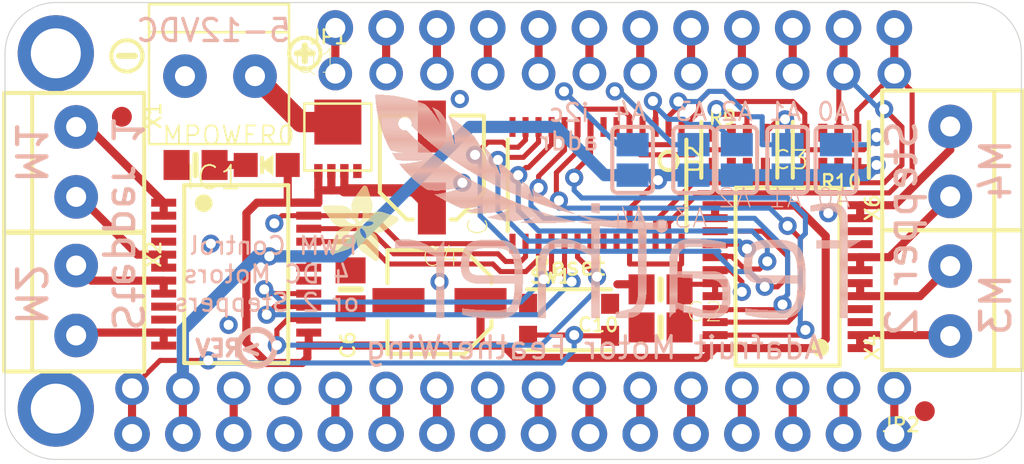
<source format=kicad_pcb>
(kicad_pcb (version 20211014) (generator pcbnew)
  (layers (0 "F.Cu" signal) (1 "In1.Cu" signal) (2 "In2.Cu" signal) (3 "In3.Cu" signal) (4 "In4.Cu" signal) (5 "In5.Cu" signal) (6 "In6.Cu" signal) (7 "In7.Cu" signal) (8 "In8.Cu" signal) (9 "In9.Cu" signal) (10 "In10.Cu" signal) (11 "In11.Cu" signal) (12 "In12.Cu" signal) (13 "In13.Cu" signal) (14 "In14.Cu" signal) (31 "B.Cu" signal) (34 "B.Paste" user) (35 "F.Paste" user) (36 "B.SilkS" user "B.Silkscreen") (37 "F.SilkS" user "F.Silkscreen") (38 "B.Mask" user) (39 "F.Mask" user) (44 "Edge.Cuts" user))
  (net 0 "")
  (net 1 "GND")
  (net 2 "VCC")
  (net 3 "+12V")
  (net 4 "N$4")
  (net 5 "N$6")
  (net 6 "N$7")
  (net 7 "N$9")
  (net 8 "N$12")
  (net 9 "N$14")
  (net 10 "N$15")
  (net 11 "N$17")
  (net 12 "SCL")
  (net 13 "SDA")
  (net 14 "N$133")
  (net 15 "PWM2")
  (net 16 "PWM3")
  (net 17 "PWM4")
  (net 18 "PWM5")
  (net 19 "PWM6")
  (net 20 "PWM7")
  (net 21 "PWM8")
  (net 22 "PWM9")
  (net 23 "PWM10")
  (net 24 "PWM11")
  (net 25 "PWM12")
  (net 26 "PWM13")
  (net 27 "A0")
  (net 28 "A1")
  (net 29 "A2")
  (net 30 "A3")
  (net 31 "A4")
  (net 32 "N$3")
  (net 33 "VBAT")
  (net 34 "N$1")
  (net 35 "USB")
  (net 36 "N$2")
  (net 37 "N$5")
  (net 38 "N$8")
  (net 39 "N$10")
  (net 40 "N$11")
  (net 41 "N$13")
  (net 42 "N$16")
  (net 43 "N$18")
  (net 44 "N$19")
  (net 45 "N$20")
  (net 46 "N$21")
  (net 47 "N$22")
  (net 48 "N$23")
  (net 49 "N$24")
  (net 50 "N$25")
  (net 51 "N$26")
  (net 52 "N$27")
  (net 53 "N$28")
  (net 54 "N$29")
  (net 55 "N$30")
  (net 56 "N$32")
  (footprint "boardEagle:FIDUCIAL_1MM" (layer "F.Cu") (at 128.9431 99.2886)
    (fp_text reference "U$3" hide)
    (fp_text value "FIDUCIAL\"\"" hide)
  )
  (footprint "boardEagle:RESPACK_4X0603" (layer "F.Cu") (at 159.8041 100.9396)
    (fp_text reference "R9")
    (fp_text value "10K")
  )
  (footprint "boardEagle:1X16_ROUND" (layer "F.Cu") (at 148.5011 112.8776 180)
    (fp_text reference "JP2")
    (fp_text value "")
  )
  (footprint "boardEagle:RESPACK_4X0603" (layer "F.Cu") (at 164.3761 100.9396 180)
    (fp_text reference "R10")
    (fp_text value "10K")
  )
  (footprint "boardEagle:FIDUCIAL_1MM" (layer "F.Cu") (at 169.0751 114.0206)
    (fp_text reference "U$4" hide)
    (fp_text value "FIDUCIAL\"\"" hide)
  )
  (footprint "boardEagle:SYMBOL_MINUS" (layer "F.Cu") (at 129.1971 96.2406)
    (fp_text reference "U$2" hide)
    (fp_text value "" hide)
  )
  (footprint "boardEagle:ADAFRUIT_3.5MM" (layer "F.Cu") (at 138.9761 106.5276)
    (fp_text reference "U$5" hide)
    (fp_text value "" hide)
  )
  (footprint "boardEagle:0805-NO" (layer "F.Cu") (at 132.6261 101.7016)
    (fp_text reference "R4" hide)
    (fp_text value "1K")
  )
  (footprint "boardEagle:TERMBLOCK_1X2-3.5MM" (layer "F.Cu") (at 126.6571 101.4984 -90)
    (fp_text reference "X1")
    (fp_text value "")
  )
  (footprint "boardEagle:CHIPLED_0805_NOOUTLINE" (layer "F.Cu") (at 136.1821 101.7016 90)
    (fp_text reference "LED1" hide)
    (fp_text value "Green")
  )
  (footprint "boardEagle:POWERDI3333" (layer "F.Cu") (at 139.7381 100.3046 90)
    (fp_text reference "Q1")
    (fp_text value "AON7401")
  )
  (footprint "boardEagle:TERMBLOCK_1X2-3.5MM" (layer "F.Cu") (at 170.3451 108.5596 90)
    (fp_text reference "X4")
    (fp_text value "")
  )
  (footprint "boardEagle:TERMBLOCK_1X2-3.5MM" (layer "F.Cu") (at 170.3451 101.5746 90)
    (fp_text reference "X6")
    (fp_text value "")
  )
  (footprint "boardEagle:TERMBLOCK_1X2-3.5MM" (layer "F.Cu") (at 126.6571 108.4326 -90)
    (fp_text reference "X2")
    (fp_text value "")
  )
  (footprint "boardEagle:PANASONIC_C" (layer "F.Cu") (at 144.4371 101.8286 -90)
    (fp_text reference "C5")
    (fp_text value "47uF+/16v")
  )
  (footprint "boardEagle:0805-NO" (layer "F.Cu") (at 155.8671 107.9246 180)
    (fp_text reference "C2")
    (fp_text value "0.1uF")
  )
  (footprint "boardEagle:SSOP24" (layer "F.Cu") (at 162.2171 107.2896 90)
    (fp_text reference "IC3")
    (fp_text value "TB6612FNG")
  )
  (footprint "boardEagle:SSOP24" (layer "F.Cu") (at 134.6581 107.1626 -90)
    (fp_text reference "IC1")
    (fp_text value "TB6612FNG")
  )
  (footprint "boardEagle:FEATHERWING" (layer "F.Cu") (at 123.1011 116.4336)
    (fp_text reference "MS1" hide)
    (fp_text value "FEATHERWING" hide)
    (fp_line (start 0 -20.32) (end 0 -2.54) (layer "Edge.Cuts") (width 0.05))
    (fp_line (start 48.26 -22.86) (end 2.54 -22.86) (layer "Edge.Cuts") (width 0.05))
    (fp_line (start 2.54 0) (end 48.26 0) (layer "Edge.Cuts") (width 0.05))
    (fp_line (start 50.8 -2.54) (end 50.8 -20.32) (layer "Edge.Cuts") (width 0.05))
    (fp_arc (start 48.26 -22.86) (mid 50.056051 -22.116051) (end 50.8 -20.32) (layer "Edge.Cuts") (width 0.05))
    (fp_arc (start 0 -20.32) (mid 0.743949 -22.116051) (end 2.54 -22.86) (layer "Edge.Cuts") (width 0.05))
    (fp_arc (start 2.54 0) (mid 0.743949 -0.743949) (end 0 -2.54) (layer "Edge.Cuts") (width 0.05))
    (fp_arc (start 50.8 -2.54) (mid 50.056051 -0.743949) (end 48.26 0) (layer "Edge.Cuts") (width 0.05))
  )
  (footprint "boardEagle:PANASONIC_C" (layer "F.Cu") (at 144.8181 108.5596)
    (fp_text reference "C4")
    (fp_text value "47uF/16v")
  )
  (footprint "boardEagle:TSSOP28" (layer "F.Cu") (at 152.6921 102.7176 180)
    (fp_text reference "U2")
    (fp_text value "PCA9685")
  )
  (footprint "boardEagle:0805-NO" (layer "F.Cu") (at 155.8671 109.8296 180)
    (fp_text reference "C10")
    (fp_text value "10uF")
  )
  (footprint "boardEagle:SYMBOL_PLUS" (layer "F.Cu") (at 138.0871 96.1136)
    (fp_text reference "U$1" hide)
    (fp_text value "" hide)
  )
  (footprint "boardEagle:1X12_ROUND" (layer "F.Cu") (at 153.5811 97.1296)
    (fp_text reference "JP1")
    (fp_text value "")
  )
  (footprint "boardEagle:1X2-3.5MM" (layer "F.Cu") (at 133.8961 97.2566 180)
    (fp_text reference "MPOWER0")
    (fp_text value "1X2-3.5MM" hide)
  )
  (footprint "boardEagle:0805-NO" (layer "F.Cu") (at 140.3731 107.9246 -90)
    (fp_text reference "C6")
    (fp_text value "10uF")
  )
  (footprint "boardEagle:BTN_KMR2_4.6X2.8" (layer "F.Cu") (at 151.2951 109.4486)
    (fp_text reference "SW1")
    (fp_text value "")
  )
  (footprint "boardEagle:SOLDERJUMPER_REFLOW_NOPASTE" (layer "B.Cu") (at 162.2171 101.4476 90)
    (fp_text reference "A1")
    (fp_text value "")
  )
  (footprint "boardEagle:SOLDERJUMPER_REFLOW_NOPASTE" (layer "B.Cu") (at 164.6301 101.4476 90)
    (fp_text reference "A0")
    (fp_text value "")
  )
  (footprint "boardEagle:PCBFEAT-REV-040" (layer "B.Cu") (at 135.6741 110.8456 180)
    (fp_text reference "U$8" hide)
    (fp_text value "" hide)
  )
  (footprint "boardEagle:SOLDERJUMPER_REFLOW_NOPASTE" (layer "B.Cu") (at 159.6771 101.4476 90)
    (fp_text reference "A2")
    (fp_text value "")
  )
  (footprint "boardEagle:FEATHERLOGO" (layer "B.Cu") (at 165.9001 109.4486 180)
    (fp_text reference "U$6" hide)
    (fp_text value "" hide)
  )
  (footprint "boardEagle:SOLDERJUMPER_REFLOW_NOPASTE" (layer "B.Cu") (at 157.5181 101.4476 -90)
    (fp_text reference "A3")
    (fp_text value "")
  )
  (footprint "boardEagle:SOLDERJUMPER_REFLOW_NOPASTE" (layer "B.Cu") (at 154.4701 101.4476 -90)
    (fp_text reference "A4")
    (fp_text value "")
  )
  (gr_text "M4" (at 172.6311 101.9556 -270) (layer "B.SilkS") (effects (font (size 1.458468 1.458468) (thickness 0.217932)) (justify mirror)))
  (gr_text "Adafruit Motor FeatherWing" (at 152.5651 110.8456) (layer "B.SilkS") (effects (font (size 1.1176 1.1176) (thickness 0.1524)) (justify mirror)))
  (gr_text "A2" (at 159.6771 99.0346) (layer "B.SilkS") (effects (font (size 0.89408 0.89408) (thickness 0.12192)) (justify mirror)))
  (gr_text "M3" (at 172.6311 108.6866 -270) (layer "B.SilkS") (effects (font (size 1.458468 1.458468) (thickness 0.217932)) (justify mirror)))
  (gr_text "A1" (at 162.0901 99.0346) (layer "B.SilkS") (effects (font (size 0.89408 0.89408) (thickness 0.12192)) (justify mirror)))
  (gr_text "M2" (at 124.3711 108.1786 -90) (layer "B.SilkS") (effects (font (size 1.458468 1.458468) (thickness 0.217932)) (justify mirror)))
  (gr_text "Stepper 1" (at 129.1971 104.6226 -90) (layer "B.SilkS") (effects (font (size 1.458468 1.458468) (thickness 0.217932)) (justify mirror)))
  (gr_text "i2c\naddr" (at 151.2951 99.7966) (layer "B.SilkS") (effects (font (size 0.88392 0.88392) (thickness 0.13208)) (justify mirror)))
  (gr_text "Stepper 2" (at 167.9321 104.8766 -270) (layer "B.SilkS") (effects (font (size 1.458468 1.458468) (thickness 0.217932)) (justify mirror)))
  (gr_text "M1" (at 124.3711 101.0666 -90) (layer "B.SilkS") (effects (font (size 1.458468 1.458468) (thickness 0.217932)) (justify mirror)))
  (gr_text "PWM Control \n4 DC Motors\nor 2 Steppers" (at 136.1821 107.1626) (layer "B.SilkS") (effects (font (size 0.88392 0.88392) (thickness 0.13208)) (justify mirror)))
  (gr_text "A4" (at 154.3431 99.0346) (layer "B.SilkS") (effects (font (size 0.89408 0.89408) (thickness 0.12192)) (justify mirror)))
  (gr_text "5-12VDC" (at 133.5151 94.9706) (layer "B.SilkS") (effects (font (size 1.1049 1.1049) (thickness 0.1651)) (justify mirror)))
  (gr_text "A0" (at 164.5031 99.0346) (layer "B.SilkS") (effects (font (size 0.89408 0.89408) (thickness 0.12192)) (justify mirror)))
  (gr_text "A3" (at 157.3911 99.0346) (layer "B.SilkS") (effects (font (size 0.89408 0.89408) (thickness 0.12192)) (justify mirror)))
  (gr_text "Reset" (at 151.2951 106.7816) (layer "F.SilkS") (effects (font (size 0.88392 0.88392) (thickness 0.13208))))
  (segment (start 154.9171 107.9246) (end 154.6631 107.6706) (width 0.4064) (layer "F.Cu") (net 1))
  (segment (start 154.6631 107.6706) (end 153.7081 107.6706) (width 0.4064) (layer "F.Cu") (net 1))
  (segment (start 159.9311 107.5436) (end 159.9311 108.0516) (width 0.254) (layer "F.Cu") (net 1))
  (segment (start 159.3521 106.9646) (end 159.9311 107.5436) (width 0.254) (layer "F.Cu") (net 1))
  (segment (start 158.5921 106.9646) (end 159.3521 106.9646) (width 0.254) (layer "F.Cu") (net 1))
  (via (at 145.8341 98.3996) (size 0.9064) (drill 0.5) (layers "F.Cu" "B.Cu") (net 1))
  (via (at 134.2771 109.7026) (size 0.9064) (drill 0.5) (layers "F.Cu" "B.Cu") (net 1))
  (via (at 144.8181 107.5436) (size 0.9064) (drill 0.5) (layers "F.Cu" "B.Cu") (net 1))
  (via (at 159.9311 108.0516) (size 0.9064) (drill 0.5) (layers "F.Cu" "B.Cu") (net 1))
  (via (at 133.3881 105.6386) (size 0.9064) (drill 0.5) (layers "F.Cu" "B.Cu") (net 1))
  (via (at 145.9611 102.5906) (size 0.9064) (drill 0.5) (layers "F.Cu" "B.Cu") (net 1))
  (via (at 164.2491 104.1146) (size 0.9064) (drill 0.5) (layers "F.Cu" "B.Cu") (net 1))
  (segment (start 156.8171 106.6546) (end 156.9171 106.6546) (width 0.254) (layer "F.Cu") (net 2))
  (segment (start 157.0711 107.6706) (end 156.8171 107.9246) (width 0.254) (layer "F.Cu") (net 2))
  (segment (start 165.6761 101.7896) (end 164.7761 101.7896) (width 0.254) (layer "F.Cu") (net 2))
  (segment (start 154.3171 106.6546) (end 156.8171 106.6546) (width 0.254) (layer "F.Cu") (net 2))
  (segment (start 158.5361 107.6706) (end 157.0711 107.6706) (width 0.254) (layer "F.Cu") (net 2))
  (segment (start 131.9911 115.1636) (end 131.9911 112.8776) (width 0.4064) (layer "F.Cu") (net 2))
  (segment (start 154.3171 105.6354) (end 154.3171 106.6546) (width 0.254) (layer "F.Cu") (net 2))
  (segment (start 139.5861 106.1876) (end 138.2831 106.1876) (width 0.254) (layer "F.Cu") (net 2))
  (segment (start 138.2831 106.1876) (end 138.2831 106.8376) (width 0.254) (layer "F.Cu") (net 2))
  (segment (start 138.2831 106.1876) (end 136.3951 106.1876) (width 0.4064) (layer "F.Cu") (net 2))
  (segment (start 165.6761 101.7896) (end 166.5741 101.7896) (width 0.254) (layer "F.Cu") (net 2))
  (segment (start 158.5361 107.6706) (end 158.5921 107.6146) (width 0.3048) (layer "F.Cu") (net 2))
  (segment (start 136.3951 106.1876) (end 136.3091 106.2736) (width 0.4064) (layer "F.Cu") (net 2))
  (segment (start 140.3731 106.9746) (end 139.5861 106.1876) (width 0.254) (layer "F.Cu") (net 2))
  (segment (start 154.3171 105.6354) (end 154.3171 103.8866) (width 0.3048) (layer "F.Cu") (net 2))
  (segment (start 156.8171 109.8296) (end 156.8171 107.9246) (width 0.4064) (layer "F.Cu") (net 2))
  (segment (start 158.5921 108.2646) (end 158.5921 107.6146) (width 0.3048) (layer "F.Cu") (net 2))
  (segment (start 154.3171 103.8866) (end 155.7401 102.4636) (width 0.254) (layer "F.Cu") (net 2))
  (segment (start 156.8171 107.9246) (end 156.8171 106.6546) (width 0.254) (layer "F.Cu") (net 2))
  (segment (start 156.9171 105.6354) (end 156.9171 106.6546) (width 0.254) (layer "F.Cu") (net 2))
  (segment (start 166.5741 101.7896) (end 166.6621 101.7016) (width 0.254) (layer "F.Cu") (net 2))
  (via (at 136.3091 106.2736) (size 0.9064) (drill 0.5) (layers "F.Cu" "B.Cu") (net 2))
  (via (at 166.6621 101.7016) (size 0.9064) (drill 0.5) (layers "F.Cu" "B.Cu") (net 2))
  (via (at 155.7401 102.4636) (size 0.9064) (drill 0.5) (layers "F.Cu" "B.Cu") (net 2))
  (segment (start 162.2171 102.2096) (end 164.6301 102.2096) (width 0.6096) (layer "B.Cu") (net 2))
  (segment (start 150.6601 99.7966) (end 146.3421 99.7966) (width 0.6096) (layer "B.Cu") (net 2))
  (segment (start 154.4701 102.2096) (end 155.4861 102.2096) (width 0.6096) (layer "B.Cu") (net 2))
  (segment (start 153.0731 102.2096) (end 154.4701 102.2096) (width 0.6096) (layer "B.Cu") (net 2))
  (segment (start 135.6741 106.2736) (end 131.9911 109.9566) (width 0.6096) (layer "B.Cu") (net 2))
  (segment (start 139.8651 106.2736) (end 136.3091 106.2736) (width 0.6096) (layer "B.Cu") (net 2))
  (segment (start 136.3091 106.2736) (end 135.6741 106.2736) (width 0.6096) (layer "B.Cu") (net 2))
  (segment (start 146.3421 99.7966) (end 139.8651 106.2736) (width 0.6096) (layer "B.Cu") (net 2))
  (segment (start 155.4861 102.2096) (end 155.7401 102.4636) (width 0.6096) (layer "B.Cu") (net 2))
  (segment (start 166.1541 102.2096) (end 166.6621 101.7016) (width 0.6096) (layer "B.Cu") (net 2))
  (segment (start 159.6771 102.2096) (end 162.2171 102.2096) (width 0.6096) (layer "B.Cu") (net 2))
  (segment (start 131.9911 109.9566) (end 131.9911 112.8776) (width 0.6096) (layer "B.Cu") (net 2))
  (segment (start 154.4701 102.2096) (end 154.3431 102.2096) (width 0.6096) (layer "B.Cu") (net 2))
  (segment (start 157.5181 102.2096) (end 154.4701 102.2096) (width 0.6096) (layer "B.Cu") (net 2))
  (segment (start 157.5181 102.2096) (end 159.6771 102.2096) (width 0.6096) (layer "B.Cu") (net 2))
  (segment (start 166.1541 102.2096) (end 164.6301 102.2096) (width 0.6096) (layer "B.Cu") (net 2))
  (segment (start 153.0731 102.2096) (end 150.6601 99.7966) (width 0.6096) (layer "B.Cu") (net 2))
  (segment (start 158.5921 110.8646) (end 163.676403 110.8646) (width 0.4064) (layer "F.Cu") (net 3))
  (segment (start 138.2141 110.8066) (end 138.2831 110.7376) (width 0.4064) (layer "F.Cu") (net 3))
  (segment (start 136.1821 111.6076) (end 137.9601 111.6076) (width 0.4064) (layer "F.Cu") (net 3))
  (segment (start 146.8681 110.7376) (end 148.0121 110.7376) (width 0.4064) (layer "F.Cu") (net 3))
  (segment (start 137.2321 101.7016) (end 137.2321 103.5876) (width 0.4064) (layer "F.Cu") (net 3))
  (segment (start 162.5981 103.7336) (end 164.1221 105.2576) (width 0.4064) (layer "F.Cu") (net 3))
  (segment (start 138.7631 102.0046) (end 138.7631 102.9716) (width 0.4064) (layer "F.Cu") (net 3))
  (segment (start 148.6281 111.3536) (end 158.1031 111.3536) (width 0.4064) (layer "F.Cu") (net 3))
  (segment (start 135.1661 110.5916) (end 136.1821 111.6076) (width 0.4064) (layer "F.Cu") (net 3))
  (segment (start 158.1031 111.3536) (end 158.5921 110.8646) (width 0.4064) (layer "F.Cu") (net 3))
  (segment (start 138.7631 103.5876) (end 138.2831 103.5876) (width 0.4064) (layer "F.Cu") (net 3))
  (segment (start 146.8681 108.5596) (end 146.8681 110.7376) (width 0.4064) (layer "F.Cu") (net 3))
  (segment (start 139.4131 102.0046) (end 139.4131 102.9716) (width 0.4064) (layer "F.Cu") (net 3))
  (segment (start 148.0121 110.7376) (end 148.6281 111.3536) (width 0.4064) (layer "F.Cu") (net 3))
  (segment (start 137.2321 103.5876) (end 138.2831 103.5876) (width 0.4064) (layer "F.Cu") (net 3))
  (segment (start 138.2831 103.5876) (end 135.6931 103.5876) (width 0.4064) (layer "F.Cu") (net 3))
  (segment (start 146.8681 110.7376) (end 146.7231 110.7376) (width 0.4064) (layer "F.Cu") (net 3))
  (segment (start 163.676403 110.8646) (end 164.1221 110.418904) (width 0.4064) (layer "F.Cu") (net 3))
  (segment (start 138.2831 110.0876) (end 138.2831 110.7376) (width 0.4064) (layer "F.Cu") (net 3))
  (segment (start 144.4371 103.8786) (end 143.5301 102.9716) (width 0.6096) (layer "F.Cu") (net 3))
  (segment (start 139.4131 102.9716) (end 138.7631 102.9716) (width 0.4064) (layer "F.Cu") (net 3))
  (segment (start 138.2141 111.3536) (end 138.2141 110.8066) (width 0.4064) (layer "F.Cu") (net 3))
  (segment (start 158.5921 104.3646) (end 158.5921 103.7146) (width 0.4064) (layer "F.Cu") (net 3))
  (segment (start 140.0631 102.9716) (end 139.4131 102.9716) (width 0.4064) (layer "F.Cu") (net 3))
  (segment (start 135.6931 103.5876) (end 135.1661 104.1146) (width 0.4064) (layer "F.Cu") (net 3))
  (segment (start 162.5981 103.7336) (end 158.6111 103.7336) (width 0.4064) (layer "F.Cu") (net 3))
  (segment (start 135.1661 104.1146) (end 135.1661 110.5916) (width 0.4064) (layer "F.Cu") (net 3))
  (segment (start 164.1221 105.2576) (end 164.1221 110.418904) (width 0.4064) (layer "F.Cu") (net 3))
  (segment (start 138.2831 110.7376) (end 146.7231 110.7376) (width 0.4064) (layer "F.Cu") (net 3))
  (segment (start 138.7631 102.9716) (end 138.7631 103.5876) (width 0.4064) (layer "F.Cu") (net 3))
  (segment (start 140.0631 102.0046) (end 140.0631 102.9716) (width 0.4064) (layer "F.Cu") (net 3))
  (segment (start 137.9601 111.6076) (end 138.2141 111.3536) (width 0.4064) (layer "F.Cu") (net 3))
  (segment (start 158.6111 103.7336) (end 158.5921 103.7146) (width 0.4064) (layer "F.Cu") (net 3))
  (segment (start 143.5301 102.9716) (end 140.0631 102.9716) (width 0.6096) (layer "F.Cu") (net 3))
  (segment (start 127.1931 99.7476) (end 126.7079 99.7476) (width 0.4064) (layer "F.Cu") (net 4))
  (segment (start 131.0331 103.5876) (end 127.1931 99.7476) (width 0.4064) (layer "F.Cu") (net 4))
  (segment (start 126.7079 99.7476) (end 126.6571 99.7984) (width 0.4064) (layer "F.Cu") (net 4))
  (segment (start 131.0331 104.2376) (end 131.0331 103.5876) (width 0.4064) (layer "F.Cu") (net 4))
  (segment (start 129.7241 106.1876) (end 131.0331 106.1876) (width 0.4064) (layer "F.Cu") (net 5))
  (segment (start 126.8349 103.2984) (end 126.6571 103.2984) (width 0.4064) (layer "F.Cu") (net 5))
  (segment (start 131.0331 106.1876) (end 131.0331 106.8376) (width 0.4064) (layer "F.Cu") (net 5))
  (segment (start 129.7241 106.1876) (end 126.8349 103.2984) (width 0.4064) (layer "F.Cu") (net 5))
  (segment (start 131.0331 107.4876) (end 131.0331 108.1376) (width 0.4064) (layer "F.Cu") (net 6))
  (segment (start 127.4121 107.4876) (end 131.0331 107.4876) (width 0.4064) (layer "F.Cu") (net 6))
  (segment (start 126.6571 106.7326) (end 127.4121 107.4876) (width 0.4064) (layer "F.Cu") (net 6))
  (segment (start 131.0331 110.0876) (end 126.8021 110.0876) (width 0.4064) (layer "F.Cu") (net 7))
  (segment (start 131.0331 110.0876) (end 131.0331 110.7376) (width 0.4064) (layer "F.Cu") (net 7))
  (segment (start 126.8021 110.0876) (end 126.6571 110.2326) (width 0.4064) (layer "F.Cu") (net 7))
  (segment (start 170.3001 110.2146) (end 170.3451 110.2596) (width 0.4064) (layer "F.Cu") (net 8))
  (segment (start 165.8421 110.8646) (end 165.8421 110.2146) (width 0.4064) (layer "F.Cu") (net 8))
  (segment (start 165.8421 110.2146) (end 170.3001 110.2146) (width 0.4064) (layer "F.Cu") (net 8))
  (segment (start 168.8401 108.2646) (end 170.3451 106.7596) (width 0.4064) (layer "F.Cu") (net 9))
  (segment (start 165.8421 107.6146) (end 165.8421 108.2646) (width 0.4064) (layer "F.Cu") (net 9))
  (segment (start 165.8421 108.2646) (end 168.8401 108.2646) (width 0.4064) (layer "F.Cu") (net 9))
  (segment (start 165.8421 106.3146) (end 165.8421 106.9646) (width 0.4064) (layer "F.Cu") (net 10))
  (segment (start 165.8421 106.3146) (end 167.3051 106.3146) (width 0.4064) (layer "F.Cu") (net 10))
  (segment (start 167.3051 106.3146) (end 170.3451 103.2746) (width 0.4064) (layer "F.Cu") (net 10))
  (segment (start 165.8421 103.7146) (end 165.8421 104.3646) (width 0.4064) (layer "F.Cu") (net 11))
  (segment (start 167.5701 103.7146) (end 170.3451 100.9396) (width 0.4064) (layer "F.Cu") (net 11))
  (segment (start 165.8421 103.7146) (end 167.5701 103.7146) (width 0.4064) (layer "F.Cu") (net 11))
  (segment (start 170.3451 100.9396) (end 170.3451 99.7746) (width 0.4064) (layer "F.Cu") (net 11))
  (segment (start 170.2181 99.6476) (end 170.3451 99.7746) (width 0.4064) (layer "F.Cu") (net 11))
  (segment (start 165.0111 97.1296) (end 165.0111 94.8436) (width 0.4064) (layer "F.Cu") (net 12))
  (segment (start 164.7571 100.1086) (end 164.7761 100.0896) (width 0.254) (layer "F.Cu") (net 12))
  (segment (start 164.7761 97.3646) (end 164.7761 100.0896) (width 0.254) (layer "F.Cu") (net 12))
  (segment (start 167.9321 99.7966) (end 167.0431 98.9076) (width 0.254) (layer "F.Cu") (net 12))
  (segment (start 155.6171 104.4916) (end 157.5181 102.5906) (width 0.254) (layer "F.Cu") (net 12))
  (segment (start 167.9321 101.7016) (end 167.9321 99.7966) (width 0.254) (layer "F.Cu") (net 12))
  (segment (start 167.0431 102.5906) (end 167.9321 101.7016) (width 0.254) (layer "F.Cu") (net 12))
  (segment (start 155.6171 105.6354) (end 155.6171 104.4916) (width 0.254) (layer "F.Cu") (net 12))
  (segment (start 164.7761 97.3646) (end 165.0111 97.1296) (width 0.254) (layer "F.Cu") (net 12))
  (segment (start 157.5181 102.5906) (end 167.0431 102.5906) (width 0.254) (layer "F.Cu") (net 12))
  (via (at 167.0431 98.9076) (size 0.9064) (drill 0.5) (layers "F.Cu" "B.Cu") (net 12))
  (segment (start 166.7891 98.9076) (end 165.0111 97.1296) (width 0.254) (layer "B.Cu") (net 12))
  (segment (start 167.0431 98.9076) (end 166.7891 98.9076) (width 0.254) (layer "B.Cu") (net 12))
  (segment (start 168.4401 98.0186) (end 167.5511 97.1296) (width 0.254) (layer "F.Cu") (net 13))
  (segment (start 168.4401 101.9556) (end 168.4401 98.0186) (width 0.254) (layer "F.Cu") (net 13))
  (segment (start 156.2671 104.6036) (end 157.7721 103.0986) (width 0.254) (layer "F.Cu") (net 13))
  (segment (start 165.6761 99.0046) (end 165.6761 100.0896) (width 0.254) (layer "F.Cu") (net 13))
  (segment (start 167.5511 97.1296) (end 165.6761 99.0046) (width 0.254) (layer "F.Cu") (net 13))
  (segment (start 167.2971 103.0986) (end 168.4401 101.9556) (width 0.254) (layer "F.Cu") (net 13))
  (segment (start 157.7721 103.0986) (end 167.2971 103.0986) (width 0.254) (layer "F.Cu") (net 13))
  (segment (start 156.2671 105.6354) (end 156.2671 104.6036) (width 0.254) (layer "F.Cu") (net 13))
  (segment (start 167.5511 94.8436) (end 167.5511 97.1296) (width 0.4064) (layer "F.Cu") (net 13))
  (segment (start 135.1321 101.7016) (end 133.5761 101.7016) (width 0.4064) (layer "F.Cu") (net 14))
  (segment (start 163.1061 109.9566) (end 162.9791 109.9566) (width 0.254) (layer "F.Cu") (net 15))
  (segment (start 152.3671 101.2496) (end 151.5491 102.0676) (width 0.254) (layer "F.Cu") (net 15))
  (segment (start 163.1061 109.9566) (end 162.8481 110.2146) (width 0.254) (layer "F.Cu") (net 15))
  (segment (start 162.8481 110.2146) (end 158.5921 110.2146) (width 0.254) (layer "F.Cu") (net 15))
  (segment (start 151.5491 102.0676) (end 151.5491 102.3366) (width 0.254) (layer "F.Cu") (net 15))
  (segment (start 152.3671 99.7998) (end 152.3671 101.2496) (width 0.254) (layer "F.Cu") (net 15))
  (via (at 151.5491 102.3366) (size 0.9064) (drill 0.5) (layers "F.Cu" "B.Cu") (net 15))
  (via (at 163.1061 109.9566) (size 0.9064) (drill 0.5) (layers "F.Cu" "B.Cu") (net 15))
  (segment (start 162.8521 109.7026) (end 163.1061 109.9566) (width 0.254) (layer "B.Cu") (net 15))
  (segment (start 163.1061 105.1306) (end 162.8521 105.3846) (width 0.254) (layer "B.Cu") (net 15))
  (segment (start 163.1061 104.2416) (end 163.1061 105.1306) (width 0.254) (layer "B.Cu") (net 15))
  (segment (start 151.5491 102.9716) (end 151.9301 103.3526) (width 0.254) (layer "B.Cu") (net 15))
  (segment (start 151.9301 103.3526) (end 162.2171 103.3526) (width 0.254) (layer "B.Cu") (net 15))
  (segment (start 162.8521 105.3846) (end 162.8521 109.7026) (width 0.254) (layer "B.Cu") (net 15))
  (segment (start 151.5491 102.3366) (end 151.5491 102.9716) (width 0.254) (layer "B.Cu") (net 15))
  (segment (start 162.2171 103.3526) (end 163.1061 104.2416) (width 0.254) (layer "B.Cu") (net 15))
  (segment (start 162.2171 104.7496) (end 162.8521 105.3846) (width 0.254) (layer "F.Cu") (net 16))
  (segment (start 162.8521 105.3846) (end 162.8521 108.9406) (width 0.254) (layer "F.Cu") (net 16))
  (segment (start 150.6601 102.0826) (end 150.6601 103.3526) (width 0.254) (layer "F.Cu") (net 16))
  (segment (start 150.6601 103.3526) (end 150.7871 103.4796) (width 0.254) (layer "F.Cu") (net 16))
  (segment (start 162.8521 108.9406) (end 162.2281 109.5646) (width 0.254) (layer "F.Cu") (net 16))
  (segment (start 162.2281 109.5646) (end 158.5921 109.5646) (width 0.254) (layer "F.Cu") (net 16))
  (segment (start 150.6601 102.0826) (end 151.7171 101.0256) (width 0.254) (layer "F.Cu") (net 16))
  (segment (start 151.7171 101.0256) (end 151.7171 99.7998) (width 0.254) (layer "F.Cu") (net 16))
  (via (at 150.7871 103.4796) (size 0.9064) (drill 0.5) (layers "F.Cu" "B.Cu") (net 16))
  (via (at 162.2171 104.7496) (size 0.9064) (drill 0.5) (layers "F.Cu" "B.Cu") (net 16))
  (segment (start 161.3281 103.8606) (end 162.2171 104.7496) (width 0.254) (layer "B.Cu") (net 16))
  (segment (start 150.7871 103.4796) (end 150.7871 103.8606) (width 0.254) (layer "B.Cu") (net 16))
  (segment (start 150.7871 103.8606) (end 161.3281 103.8606) (width 0.254) (layer "B.Cu") (net 16))
  (segment (start 149.7711 102.2616) (end 149.7711 102.8446) (width 0.254) (layer "F.Cu") (net 17))
  (segment (start 158.6181 108.9406) (end 158.5921 108.9146) (width 0.254) (layer "F.Cu") (net 17))
  (segment (start 151.0671 99.7998) (end 151.0671 100.9656) (width 0.254) (layer "F.Cu") (net 17))
  (segment (start 151.0671 100.9656) (end 149.7711 102.2616) (width 0.254) (layer "F.Cu") (net 17))
  (segment (start 161.7091 108.9406) (end 158.6181 108.9406) (width 0.254) (layer "F.Cu") (net 17))
  (segment (start 161.9631 108.6866) (end 161.7091 108.9406) (width 0.254) (layer "F.Cu") (net 17))
  (via (at 149.7711 102.8446) (size 0.9064) (drill 0.5) (layers "F.Cu" "B.Cu") (net 17))
  (via (at 161.9631 108.6866) (size 0.9064) (drill 0.5) (layers "F.Cu" "B.Cu") (net 17))
  (segment (start 150.0251 104.3686) (end 160.5661 104.3686) (width 0.254) (layer "B.Cu") (net 17))
  (segment (start 160.5661 104.3686) (end 162.2171 106.0196) (width 0.254) (layer "B.Cu") (net 17))
  (segment (start 162.2171 106.0196) (end 162.2171 108.1786) (width 0.254) (layer "B.Cu") (net 17))
  (segment (start 161.9631 108.4326) (end 161.9631 108.6866) (width 0.254) (layer "B.Cu") (net 17))
  (segment (start 162.2171 108.1786) (end 161.9631 108.4326) (width 0.254) (layer "B.Cu") (net 17))
  (segment (start 149.3901 103.2256) (end 149.3901 103.7336) (width 0.254) (layer "B.Cu") (net 17))
  (segment (start 149.3901 103.7336) (end 150.0251 104.3686) (width 0.254) (layer "B.Cu") (net 17))
  (segment (start 149.7711 102.8446) (end 149.3901 103.2256) (width 0.254) (layer "B.Cu") (net 17))
  (segment (start 158.6331 106.2736) (end 159.4231 106.2736) (width 0.254) (layer "F.Cu") (net 18))
  (segment (start 160.8201 106.9086) (end 161.2011 106.5276) (width 0.254) (layer "F.Cu") (net 18))
  (segment (start 158.6331 106.2736) (end 158.5921 106.3146) (width 0.254) (layer "F.Cu") (net 18))
  (segment (start 160.0581 106.9086) (end 160.8201 106.9086) (width 0.254) (layer "F.Cu") (net 18))
  (segment (start 159.4231 106.2736) (end 160.0581 106.9086) (width 0.254) (layer "F.Cu") (net 18))
  (segment (start 149.2631 101.8286) (end 149.1361 101.8286) (width 0.254) (layer "F.Cu") (net 18))
  (segment (start 150.4171 99.7998) (end 150.4171 100.6746) (width 0.254) (layer "F.Cu") (net 18))
  (segment (start 150.4171 100.6746) (end 149.2631 101.8286) (width 0.254) (layer "F.Cu") (net 18))
  (segment (start 149.1361 101.8286) (end 148.7551 102.2096) (width 0.254) (layer "F.Cu") (net 18))
  (via (at 148.7551 102.2096) (size 0.9064) (drill 0.5) (layers "F.Cu" "B.Cu") (net 18))
  (via (at 161.2011 106.5276) (size 0.9064) (drill 0.5) (layers "F.Cu" "B.Cu") (net 18))
  (segment (start 160.4391 105.0036) (end 161.2011 105.7656) (width 0.254) (layer "B.Cu") (net 18))
  (segment (start 148.7551 102.2096) (end 148.7551 103.9876) (width 0.254) (layer "B.Cu") (net 18))
  (segment (start 161.2011 105.7656) (end 161.2011 106.5276) (width 0.254) (layer "B.Cu") (net 18))
  (segment (start 148.7551 103.9876) (end 149.7711 105.0036) (width 0.254) (layer "B.Cu") (net 18))
  (segment (start 149.7711 105.0036) (end 160.4391 105.0036) (width 0.254) (layer "B.Cu") (net 18))
  (segment (start 158.5921 105.6646) (end 159.9571 105.6646) (width 0.254) (layer "F.Cu") (net 19))
  (segment (start 149.0091 101.3206) (end 147.8661 101.3206) (width 0.254) (layer "F.Cu") (net 19))
  (segment (start 159.9571 105.6646) (end 160.1851 105.8926) (width 0.254) (layer "F.Cu") (net 19))
  (segment (start 149.7671 99.7998) (end 149.7671 100.5626) (width 0.254) (layer "F.Cu") (net 19))
  (segment (start 158.6181 105.6386) (end 158.5921 105.6646) (width 0.254) (layer "F.Cu") (net 19))
  (segment (start 149.7671 100.5626) (end 149.0091 101.3206) (width 0.254) (layer "F.Cu") (net 19))
  (segment (start 147.8661 101.3206) (end 147.7391 101.4476) (width 0.254) (layer "F.Cu") (net 19))
  (via (at 147.7391 101.4476) (size 0.9064) (drill 0.5) (layers "F.Cu" "B.Cu") (net 19))
  (via (at 160.1851 105.8926) (size 0.9064) (drill 0.5) (layers "F.Cu" "B.Cu") (net 19))
  (segment (start 147.7391 103.9876) (end 149.2631 105.5116) (width 0.254) (layer "B.Cu") (net 19))
  (segment (start 149.2631 105.5116) (end 159.8041 105.5116) (width 0.254) (layer "B.Cu") (net 19))
  (segment (start 147.7391 101.4476) (end 147.7391 103.9876) (width 0.254) (layer "B.Cu") (net 19))
  (segment (start 159.8041 105.5116) (end 160.1851 105.8926) (width 0.254) (layer "B.Cu") (net 19))
  (segment (start 148.2471 100.8126) (end 147.9931 100.5586) (width 0.254) (layer "F.Cu") (net 20))
  (segment (start 161.0741 107.7976) (end 161.7091 107.7976) (width 0.254) (layer "F.Cu") (net 20))
  (segment (start 160.9581 105.0146) (end 158.5921 105.0146) (width 0.254) (layer "F.Cu") (net 20))
  (segment (start 149.1171 100.4506) (end 148.7551 100.8126) (width 0.254) (layer "F.Cu") (net 20))
  (segment (start 162.2171 106.2736) (end 160.9581 105.0146) (width 0.254) (layer "F.Cu") (net 20))
  (segment (start 161.7091 107.7976) (end 162.2171 107.2896) (width 0.254) (layer "F.Cu") (net 20))
  (segment (start 148.7551 100.8126) (end 148.2471 100.8126) (width 0.254) (layer "F.Cu") (net 20))
  (segment (start 162.2171 107.2896) (end 162.2171 106.2736) (width 0.254) (layer "F.Cu") (net 20))
  (segment (start 149.1171 99.7998) (end 149.1171 100.4506) (width 0.254) (layer "F.Cu") (net 20))
  (segment (start 147.2311 100.5586) (end 146.5961 101.1936) (width 0.254) (layer "F.Cu") (net 20))
  (segment (start 158.6031 105.0036) (end 158.5921 105.0146) (width 0.254) (layer "F.Cu") (net 20))
  (segment (start 147.9931 100.5586) (end 147.2311 100.5586) (width 0.254) (layer "F.Cu") (net 20))
  (via (at 146.5961 101.1936) (size 0.9064) (drill 0.5) (layers "F.Cu" "B.Cu") (net 20))
  (via (at 161.0741 107.7976) (size 0.9064) (drill 0.5) (layers "F.Cu" "B.Cu") (net 20))
  (segment (start 160.3121 107.0356) (end 159.5501 107.0356) (width 0.254) (layer "B.Cu") (net 20))
  (segment (start 158.5341 106.0196) (end 158.7881 106.0196) (width 0.254) (layer "B.Cu") (net 20))
  (segment (start 148.6281 106.0196) (end 158.5341 106.0196) (width 0.254) (layer "B.Cu") (net 20))
  (segment (start 161.0741 107.7976) (end 160.3121 107.0356) (width 0.254) (layer "B.Cu") (net 20))
  (segment (start 146.8501 101.4476) (end 146.8501 104.2416) (width 0.254) (layer "B.Cu") (net 20))
  (segment (start 146.8501 104.2416) (end 148.6281 106.0196) (width 0.254) (layer "B.Cu") (net 20))
  (segment (start 159.5501 107.0356) (end 158.5341 106.0196) (width 0.254) (layer "B.Cu") (net 20))
  (segment (start 146.5961 101.1936) (end 146.8501 101.4476) (width 0.254) (layer "B.Cu") (net 20))
  (segment (start 142.8623 105.6386) (end 141.4613 104.2376) (width 0.254) (layer "F.Cu") (net 21))
  (segment (start 136.9481 104.2376) (end 136.5631 104.6226) (width 0.254) (layer "F.Cu") (net 21))
  (segment (start 141.4613 104.2376) (end 138.2831 104.2376) (width 0.254) (layer "F.Cu") (net 21))
  (segment (start 148.4639 105.6386) (end 148.4671 105.6354) (width 0.254) (layer "F.Cu") (net 21))
  (segment (start 138.2831 104.2376) (end 136.9481 104.2376) (width 0.254) (layer "F.Cu") (net 21))
  (segment (start 142.8623 105.6386) (end 148.4639 105.6386) (width 0.254) (layer "F.Cu") (net 21))
  (via (at 136.5631 104.6226) (size 0.9064) (drill 0.5) (layers "F.Cu" "B.Cu") (net 21))
  (segment (start 142.5321 106.1466) (end 147.7391 106.1466) (width 0.254) (layer "F.Cu") (net 22))
  (segment (start 148.1201 106.5276) (end 148.8821 106.5276) (width 0.254) (layer "F.Cu") (net 22))
  (segment (start 138.2831 104.8876) (end 141.2731 104.8876) (width 0.254) (layer "F.Cu") (net 22))
  (segment (start 148.8821 106.5276) (end 149.1171 106.2926) (width 0.254) (layer "F.Cu") (net 22))
  (segment (start 147.7391 106.1466) (end 148.1201 106.5276) (width 0.254) (layer "F.Cu") (net 22))
  (segment (start 141.2731 104.8876) (end 142.5321 106.1466) (width 0.254) (layer "F.Cu") (net 22))
  (segment (start 149.1171 106.2926) (end 149.1171 105.6354) (width 0.254) (layer "F.Cu") (net 22))
  (segment (start 142.2781 106.6546) (end 141.1611 105.5376) (width 0.254) (layer "F.Cu") (net 23))
  (segment (start 147.8661 107.0356) (end 147.4851 106.6546) (width 0.254) (layer "F.Cu") (net 23))
  (segment (start 141.1611 105.5376) (end 138.2831 105.5376) (width 0.254) (layer "F.Cu") (net 23))
  (segment (start 149.1361 107.0356) (end 149.7671 106.4046) (width 0.254) (layer "F.Cu") (net 23))
  (segment (start 149.1361 107.0356) (end 147.8661 107.0356) (width 0.254) (layer "F.Cu") (net 23))
  (segment (start 147.4851 106.6546) (end 142.2781 106.6546) (width 0.254) (layer "F.Cu") (net 23))
  (segment (start 149.7671 105.6354) (end 149.7671 106.4046) (width 0.254) (layer "F.Cu") (net 23))
  (segment (start 150.4171 107.0246) (end 150.0251 107.4166) (width 0.254) (layer "F.Cu") (net 24))
  (segment (start 150.4171 105.6354) (end 150.4171 107.0246) (width 0.254) (layer "F.Cu") (net 24))
  (segment (start 136.2681 108.1376) (end 138.2831 108.1376) (width 0.254) (layer "F.Cu") (net 24))
  (segment (start 136.0551 107.9246) (end 136.2681 108.1376) (width 0.254) (layer "F.Cu") (net 24))
  (via (at 150.0251 107.4166) (size 0.9064) (drill 0.5) (layers "F.Cu" "B.Cu") (net 24))
  (via (at 136.0551 107.9246) (size 0.9064) (drill 0.5) (layers "F.Cu" "B.Cu") (net 24))
  (segment (start 136.9441 108.5596) (end 136.3091 107.9246) (width 0.254) (layer "B.Cu") (net 24))
  (segment (start 148.8821 108.5596) (end 150.0251 107.4166) (width 0.254) (layer "B.Cu") (net 24))
  (segment (start 136.9441 108.5596) (end 148.8821 108.5596) (width 0.254) (layer "B.Cu") (net 24))
  (segment (start 136.3091 107.9246) (end 136.0551 107.9246) (width 0.254) (layer "B.Cu") (net 24))
  (segment (start 136.1821 109.1946) (end 136.5891 108.7876) (width 0.254) (layer "F.Cu") (net 25))
  (segment (start 151.0671 107.1886) (end 151.4221 107.5436) (width 0.254) (layer "F.Cu") (net 25))
  (segment (start 151.0671 105.6354) (end 151.0671 107.1886) (width 0.254) (layer "F.Cu") (net 25))
  (segment (start 136.5891 108.7876) (end 138.2831 108.7876) (width 0.254) (layer "F.Cu") (net 25))
  (via (at 136.1821 109.1946) (size 0.9064) (drill 0.5) (layers "F.Cu" "B.Cu") (net 25))
  (via (at 151.4221 107.5436) (size 0.9064) (drill 0.5) (layers "F.Cu" "B.Cu") (net 25))
  (segment (start 149.7711 109.1946) (end 136.1821 109.1946) (width 0.254) (layer "B.Cu") (net 25))
  (segment (start 149.7711 109.1946) (end 151.4221 107.5436) (width 0.254) (layer "B.Cu") (net 25))
  (segment (start 138.2831 109.4376) (end 137.2091 109.4376) (width 0.254) (layer "F.Cu") (net 26))
  (segment (start 151.7171 105.6354) (end 151.7171 106.3146) (width 0.254) (layer "F.Cu") (net 26))
  (segment (start 151.7171 106.3146) (end 152.6921 107.2896) (width 0.254) (layer "F.Cu") (net 26))
  (segment (start 136.6901 109.9566) (end 136.6901 110.7186) (width 0.254) (layer "F.Cu") (net 26))
  (segment (start 137.2091 109.4376) (end 136.6901 109.9566) (width 0.254) (layer "F.Cu") (net 26))
  (via (at 152.6921 107.2896) (size 0.9064) (drill 0.5) (layers "F.Cu" "B.Cu") (net 26))
  (via (at 136.6901 110.7186) (size 0.9064) (drill 0.5) (layers "F.Cu" "B.Cu") (net 26))
  (segment (start 149.8981 110.7186) (end 152.6921 107.9246) (width 0.254) (layer "B.Cu") (net 26))
  (segment (start 136.6901 110.7186) (end 149.8981 110.7186) (width 0.254) (layer "B.Cu") (net 26))
  (segment (start 152.6921 107.9246) (end 152.6921 107.2896) (width 0.254) (layer "B.Cu") (net 26))
  (segment (start 157.7721 99.0346) (end 157.0069 99.7998) (width 0.254) (layer "F.Cu") (net 27))
  (segment (start 163.0761 100.0896) (end 163.0761 100.9396) (width 0.254) (layer "F.Cu") (net 27))
  (segment (start 159.0421 98.0186) (end 159.5501 98.5266) (width 0.254) (layer "F.Cu") (net 27))
  (segment (start 163.0761 99.1316) (end 163.0761 100.0896) (width 0.254) (layer "F.Cu") (net 27))
  (segment (start 157.7721 99.0346) (end 157.7721 98.5266) (width 0.254) (layer "F.Cu") (net 27))
  (segment (start 159.5501 98.5266) (end 162.4711 98.5266) (width 0.254) (layer "F.Cu") (net 27))
  (segment (start 163.0761 100.9396) (end 166.0271 100.9396) (width 0.254) (layer "F.Cu") (net 27))
  (segment (start 162.4711 98.5266) (end 163.0761 99.1316) (width 0.254) (layer "F.Cu") (net 27))
  (segment (start 157.7721 98.5266) (end 158.2801 98.0186) (width 0.254) (layer "F.Cu") (net 27))
  (segment (start 158.2801 98.0186) (end 159.0421 98.0186) (width 0.254) (layer "F.Cu") (net 27))
  (segment (start 166.0271 100.9396) (end 166.6621 100.3046) (width 0.254) (layer "F.Cu") (net 27))
  (segment (start 157.0069 99.7998) (end 156.9171 99.7998) (width 0.254) (layer "F.Cu") (net 27))
  (via (at 166.6621 100.3046) (size 0.9064) (drill 0.5) (layers "F.Cu" "B.Cu") (net 27))
  (segment (start 164.6301 100.6856) (end 166.2811 100.6856) (width 0.254) (layer "B.Cu") (net 27))
  (segment (start 166.2811 100.6856) (end 166.6621 100.3046) (width 0.254) (layer "B.Cu") (net 27))
  (segment (start 161.7781 99.4156) (end 162.0901 99.4156) (width 0.254) (layer "F.Cu") (net 28))
  (segment (start 156.2671 99.2696) (end 156.7561 98.7806) (width 0.254) (layer "F.Cu") (net 28))
  (segment (start 156.7561 98.7806) (end 156.7561 98.5266) (width 0.254) (layer "F.Cu") (net 28))
  (segment (start 156.2481 99.2886) (end 156.2481 99.4156) (width 0.254) (layer "F.Cu") (net 28))
  (segment (start 156.2671 99.7998) (end 156.2671 99.2696) (width 0.254) (layer "F.Cu") (net 28))
  (segment (start 161.1041 100.0896) (end 161.7781 99.4156) (width 0.254) (layer "F.Cu") (net 28))
  (segment (start 156.2671 99.2696) (end 156.2481 99.2886) (width 0.254) (layer "F.Cu") (net 28))
  (via (at 162.0901 99.4156) (size 0.9064) (drill 0.5) (layers "F.Cu" "B.Cu") (net 28))
  (via (at 156.7561 98.5266) (size 0.9064) (drill 0.5) (layers "F.Cu" "B.Cu") (net 28))
  (segment (start 160.3121 99.2886) (end 160.9471 99.2886) (width 0.254) (layer "B.Cu") (net 28))
  (segment (start 159.0421 98.0186) (end 160.3121 99.2886) (width 0.254) (layer "B.Cu") (net 28))
  (segment (start 157.7721 98.5266) (end 158.2801 98.0186) (width 0.254) (layer "B.Cu") (net 28))
  (segment (start 160.9471 100.6856) (end 162.2171 100.6856) (width 0.254) (layer "B.Cu") (net 28))
  (segment (start 157.7721 98.5266) (end 156.7561 98.5266) (width 0.254) (layer "B.Cu") (net 28))
  (segment (start 158.2801 98.0186) (end 159.0421 98.0186) (width 0.254) (layer "B.Cu") (net 28))
  (segment (start 160.9471 99.2886) (end 160.9471 100.6856) (width 0.254) (layer "B.Cu") (net 28))
  (segment (start 162.2171 100.6856) (end 162.2171 99.5426) (width 0.254) (layer "B.Cu") (net 28))
  (segment (start 162.2171 99.5426) (end 162.0901 99.4156) (width 0.254) (layer "B.Cu") (net 28))
  (segment (start 160.1851 100.0706) (end 160.1851 99.1616) (width 0.254) (layer "F.Cu") (net 29))
  (segment (start 160.2041 100.0896) (end 160.1851 100.0706) (width 0.254) (layer "F.Cu") (net 29))
  (segment (start 160.1851 99.1616) (end 158.9151 99.1616) (width 0.254) (layer "F.Cu") (net 29))
  (segment (start 158.9151 99.1616) (end 158.6611 98.9076) (width 0.254) (layer "F.Cu") (net 29))
  (segment (start 155.6171 98.6322) (end 155.4861 98.5012) (width 0.254) (layer "F.Cu") (net 29))
  (segment (start 155.6171 99.7998) (end 155.6171 98.6322) (width 0.254) (layer "F.Cu") (net 29))
  (via (at 158.6611 98.9076) (size 0.9064) (drill 0.5) (layers "F.Cu" "B.Cu") (net 29))
  (via (at 155.4861 98.5012) (size 0.9064) (drill 0.5) (layers "F.Cu" "B.Cu") (net 29))
  (segment (start 158.6611 98.9076) (end 158.6611 99.6696) (width 0.254) (layer "B.Cu") (net 29))
  (segment (start 156.2481 99.4156) (end 157.0101 99.4156) (width 0.254) (layer "B.Cu") (net 29))
  (segment (start 156.2481 99.4156) (end 155.4861 98.6536) (width 0.254) (layer "B.Cu") (net 29))
  (segment (start 157.2641 99.6696) (end 158.6611 99.6696) (width 0.254) (layer "B.Cu") (net 29))
  (segment (start 157.0101 99.4156) (end 157.2641 99.6696) (width 0.254) (layer "B.Cu") (net 29))
  (segment (start 155.4861 98.6536) (end 155.4861 98.5012) (width 0.254) (layer "B.Cu") (net 29))
  (segment (start 158.6611 99.6696) (end 159.6771 100.6856) (width 0.254) (layer "B.Cu") (net 29))
  (segment (start 154.9671 99.1506) (end 153.8351 98.0186) (width 0.254) (layer "F.Cu") (net 30))
  (segment (start 158.1621 100.4316) (end 158.5041 100.0896) (width 0.254) (layer "F.Cu") (net 30))
  (segment (start 157.2731 100.6856) (end 157.5271 100.4316) (width 0.254) (layer "F.Cu") (net 30))
  (segment (start 154.9671 100.4206) (end 155.2321 100.6856) (width 0.254) (layer "F.Cu") (net 30))
  (segment (start 157.5271 100.4316) (end 158.1621 100.4316) (width 0.254) (layer "F.Cu") (net 30))
  (segment (start 154.9671 99.7998) (end 154.9671 99.1506) (width 0.254) (layer "F.Cu") (net 30))
  (segment (start 153.8351 98.0186) (end 153.5811 98.0186) (width 0.254) (layer "F.Cu") (net 30))
  (segment (start 155.2321 100.6856) (end 157.2731 100.6856) (width 0.254) (layer "F.Cu") (net 30))
  (segment (start 154.9671 99.7998) (end 154.9671 100.4206) (width 0.254) (layer "F.Cu") (net 30))
  (via (at 153.5811 98.0186) (size 0.9064) (drill 0.5) (layers "F.Cu" "B.Cu") (net 30))
  (segment (start 153.8351 98.0186) (end 153.5811 98.0186) (width 0.254) (layer "B.Cu") (net 30))
  (segment (start 156.5021 100.6856) (end 157.5181 100.6856) (width 0.254) (layer "B.Cu") (net 30))
  (segment (start 153.8351 98.0186) (end 156.5021 100.6856) (width 0.254) (layer "B.Cu") (net 30))
  (segment (start 154.3171 99.7998) (end 154.3171 99.2626) (width 0.254) (layer "F.Cu") (net 31))
  (segment (start 159.0421 100.9396) (end 157.7721 100.9396) (width 0.254) (layer "F.Cu") (net 31))
  (segment (start 154.3171 99.2626) (end 153.9621 98.9076) (width 0.254) (layer "F.Cu") (net 31))
  (segment (start 159.4041 100.5776) (end 159.0421 100.9396) (width 0.254) (layer "F.Cu") (net 31))
  (segment (start 154.3171 100.6596) (end 154.3171 99.7998) (width 0.254) (layer "F.Cu") (net 31))
  (segment (start 157.5181 101.1936) (end 154.8511 101.1936) (width 0.254) (layer "F.Cu") (net 31))
  (segment (start 159.4041 100.0896) (end 159.4041 100.5776) (width 0.254) (layer "F.Cu") (net 31))
  (segment (start 154.8511 101.1936) (end 154.3171 100.6596) (width 0.254) (layer "F.Cu") (net 31))
  (segment (start 153.9621 98.9076) (end 151.9301 98.9076) (width 0.254) (layer "F.Cu") (net 31))
  (segment (start 157.7721 100.9396) (end 157.5181 101.1936) (width 0.254) (layer "F.Cu") (net 31))
  (segment (start 151.9301 98.9076) (end 151.0411 98.0186) (width 0.254) (layer "F.Cu") (net 31))
  (via (at 151.0411 98.0186) (size 0.9064) (drill 0.5) (layers "F.Cu" "B.Cu") (net 31))
  (segment (start 153.7081 100.6856) (end 151.0411 98.0186) (width 0.254) (layer "B.Cu") (net 31))
  (segment (start 154.4701 100.6856) (end 153.7081 100.6856) (width 0.254) (layer "B.Cu") (net 31))
  (segment (start 135.5961 97.2566) (end 137.8941 99.5546) (width 1.016) (layer "F.Cu") (net 32))
  (segment (start 137.8941 99.5546) (end 139.7381 99.5546) (width 1.016) (layer "F.Cu") (net 32))
  (segment (start 139.6111 97.1296) (end 139.6111 94.8436) (width 0.4064) (layer "F.Cu") (net 33))
  (segment (start 142.1511 94.8436) (end 142.1511 97.1296) (width 0.4064) (layer "F.Cu") (net 34))
  (segment (start 144.6911 97.1296) (end 144.6911 94.8436) (width 0.4064) (layer "F.Cu") (net 35))
  (segment (start 147.2311 94.8436) (end 147.2311 97.1296) (width 0.4064) (layer "F.Cu") (net 36))
  (segment (start 149.7711 97.1296) (end 149.7711 94.8436) (width 0.4064) (layer "F.Cu") (net 37))
  (segment (start 152.3111 94.8436) (end 152.3111 97.1296) (width 0.4064) (layer "F.Cu") (net 38))
  (segment (start 154.8511 97.1296) (end 154.8511 94.8436) (width 0.4064) (layer "F.Cu") (net 39))
  (segment (start 157.3911 94.8436) (end 157.3911 97.1296) (width 0.4064) (layer "F.Cu") (net 40))
  (segment (start 159.9311 97.1296) (end 159.9311 94.8436) (width 0.4064) (layer "F.Cu") (net 41))
  (segment (start 162.4711 94.8436) (end 162.4711 97.1296) (width 0.4064) (layer "F.Cu") (net 42))
  (segment (start 167.5511 115.1636) (end 167.5511 112.8776) (width 0.4064) (layer "F.Cu") (net 43))
  (segment (start 165.0111 112.8776) (end 165.0111 115.1636) (width 0.4064) (layer "F.Cu") (net 44))
  (segment (start 162.4711 112.8776) (end 162.4711 115.1636) (width 0.4064) (layer "F.Cu") (net 45))
  (segment (start 159.9311 112.8776) (end 159.9311 115.1636) (width 0.4064) (layer "F.Cu") (net 46))
  (segment (start 157.3911 112.8776) (end 157.3911 115.1636) (width 0.4064) (layer "F.Cu") (net 47))
  (segment (start 154.8511 112.8776) (end 154.8511 115.1636) (width 0.4064) (layer "F.Cu") (net 48))
  (segment (start 152.3111 112.8776) (end 152.3111 115.1636) (width 0.4064) (layer "F.Cu") (net 49))
  (segment (start 149.7711 112.8776) (end 149.7711 115.1636) (width 0.4064) (layer "F.Cu") (net 50))
  (segment (start 147.2311 112.8776) (end 147.2311 115.1636) (width 0.4064) (layer "F.Cu") (net 51))
  (segment (start 144.6911 112.8776) (end 144.6911 115.1636) (width 0.4064) (layer "F.Cu") (net 52))
  (segment (start 142.1511 115.1636) (end 142.1511 112.8776) (width 0.4064) (layer "F.Cu") (net 53))
  (segment (start 139.6111 112.8776) (end 139.6111 115.1636) (width 0.4064) (layer "F.Cu") (net 54))
  (segment (start 134.5311 115.1636) (end 134.5311 112.8776) (width 0.4064) (layer "F.Cu") (net 55))
  (segment (start 151.5491 110.2106) (end 149.2831 110.2106) (width 0.254) (layer "F.Cu") (net 56))
  (segment (start 149.2831 110.2106) (end 149.2451 110.2486) (width 0.254) (layer "F.Cu") (net 56))
  (segment (start 151.5871 110.2486) (end 151.5491 110.2106) (width 0.254) (layer "F.Cu") (net 56))
  (segment (start 130.8481 111.4806) (end 133.2611 111.4806) (width 0.254) (layer "F.Cu") (net 56))
  (segment (start 129.4511 112.8776) (end 129.4511 115.1636) (width 0.4064) (layer "F.Cu") (net 56))
  (segment (start 153.3451 110.2486) (end 151.5871 110.2486) (width 0.254) (layer "F.Cu") (net 56))
  (segment (start 129.4511 112.8776) (end 130.8481 111.4806) (width 0.254) (layer "F.Cu") (net 56))
  (via (at 133.2611 111.4806) (size 0.9064) (drill 0.5) (layers "F.Cu" "B.Cu") (net 56))
  (via (at 151.5491 110.2106) (size 0.9064) (drill 0.5) (layers "F.Cu" "B.Cu") (net 56))
  (segment (start 133.2611 111.4806) (end 133.3881 111.6076) (width 0.254) (layer "B.Cu") (net 56))
  (segment (start 133.3881 111.6076) (end 150.9141 111.6076) (width 0.254) (layer "B.Cu") (net 56))
  (segment (start 151.5491 110.9726) (end 151.5491 110.2106) (width 0.254) (layer "B.Cu") (net 56))
  (segment (start 150.9141 111.6076) (end 151.5491 110.9726) (width 0.254) (layer "B.Cu") (net 56))
)
</source>
